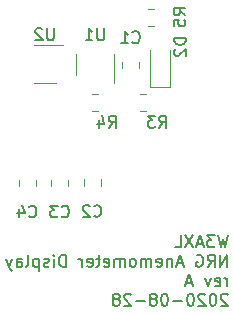
<source format=gbr>
%TF.GenerationSoftware,KiCad,Pcbnew,(5.1.6)-1*%
%TF.CreationDate,2020-08-28T19:49:53-05:00*%
%TF.ProjectId,nrg-control-box,6e72672d-636f-46e7-9472-6f6c2d626f78,rev?*%
%TF.SameCoordinates,Original*%
%TF.FileFunction,Legend,Bot*%
%TF.FilePolarity,Positive*%
%FSLAX46Y46*%
G04 Gerber Fmt 4.6, Leading zero omitted, Abs format (unit mm)*
G04 Created by KiCad (PCBNEW (5.1.6)-1) date 2020-08-28 19:49:53*
%MOMM*%
%LPD*%
G01*
G04 APERTURE LIST*
%ADD10C,0.150000*%
%ADD11C,0.120000*%
G04 APERTURE END LIST*
D10*
X157009642Y-112477380D02*
X156771547Y-113477380D01*
X156581071Y-112763095D01*
X156390595Y-113477380D01*
X156152500Y-112477380D01*
X155866785Y-112477380D02*
X155247738Y-112477380D01*
X155581071Y-112858333D01*
X155438214Y-112858333D01*
X155342976Y-112905952D01*
X155295357Y-112953571D01*
X155247738Y-113048809D01*
X155247738Y-113286904D01*
X155295357Y-113382142D01*
X155342976Y-113429761D01*
X155438214Y-113477380D01*
X155723928Y-113477380D01*
X155819166Y-113429761D01*
X155866785Y-113382142D01*
X154866785Y-113191666D02*
X154390595Y-113191666D01*
X154962023Y-113477380D02*
X154628690Y-112477380D01*
X154295357Y-113477380D01*
X154057261Y-112477380D02*
X153390595Y-113477380D01*
X153390595Y-112477380D02*
X154057261Y-113477380D01*
X152533452Y-113477380D02*
X153009642Y-113477380D01*
X153009642Y-112477380D01*
X156914404Y-115127380D02*
X156914404Y-114127380D01*
X156342976Y-115127380D01*
X156342976Y-114127380D01*
X155295357Y-115127380D02*
X155628690Y-114651190D01*
X155866785Y-115127380D02*
X155866785Y-114127380D01*
X155485833Y-114127380D01*
X155390595Y-114175000D01*
X155342976Y-114222619D01*
X155295357Y-114317857D01*
X155295357Y-114460714D01*
X155342976Y-114555952D01*
X155390595Y-114603571D01*
X155485833Y-114651190D01*
X155866785Y-114651190D01*
X154342976Y-114175000D02*
X154438214Y-114127380D01*
X154581071Y-114127380D01*
X154723928Y-114175000D01*
X154819166Y-114270238D01*
X154866785Y-114365476D01*
X154914404Y-114555952D01*
X154914404Y-114698809D01*
X154866785Y-114889285D01*
X154819166Y-114984523D01*
X154723928Y-115079761D01*
X154581071Y-115127380D01*
X154485833Y-115127380D01*
X154342976Y-115079761D01*
X154295357Y-115032142D01*
X154295357Y-114698809D01*
X154485833Y-114698809D01*
X153152500Y-114841666D02*
X152676309Y-114841666D01*
X153247738Y-115127380D02*
X152914404Y-114127380D01*
X152581071Y-115127380D01*
X152247738Y-114460714D02*
X152247738Y-115127380D01*
X152247738Y-114555952D02*
X152200119Y-114508333D01*
X152104880Y-114460714D01*
X151962023Y-114460714D01*
X151866785Y-114508333D01*
X151819166Y-114603571D01*
X151819166Y-115127380D01*
X150962023Y-115079761D02*
X151057261Y-115127380D01*
X151247738Y-115127380D01*
X151342976Y-115079761D01*
X151390595Y-114984523D01*
X151390595Y-114603571D01*
X151342976Y-114508333D01*
X151247738Y-114460714D01*
X151057261Y-114460714D01*
X150962023Y-114508333D01*
X150914404Y-114603571D01*
X150914404Y-114698809D01*
X151390595Y-114794047D01*
X150485833Y-115127380D02*
X150485833Y-114460714D01*
X150485833Y-114555952D02*
X150438214Y-114508333D01*
X150342976Y-114460714D01*
X150200119Y-114460714D01*
X150104880Y-114508333D01*
X150057261Y-114603571D01*
X150057261Y-115127380D01*
X150057261Y-114603571D02*
X150009642Y-114508333D01*
X149914404Y-114460714D01*
X149771547Y-114460714D01*
X149676309Y-114508333D01*
X149628690Y-114603571D01*
X149628690Y-115127380D01*
X149009642Y-115127380D02*
X149104880Y-115079761D01*
X149152500Y-115032142D01*
X149200119Y-114936904D01*
X149200119Y-114651190D01*
X149152500Y-114555952D01*
X149104880Y-114508333D01*
X149009642Y-114460714D01*
X148866785Y-114460714D01*
X148771547Y-114508333D01*
X148723928Y-114555952D01*
X148676309Y-114651190D01*
X148676309Y-114936904D01*
X148723928Y-115032142D01*
X148771547Y-115079761D01*
X148866785Y-115127380D01*
X149009642Y-115127380D01*
X148247738Y-115127380D02*
X148247738Y-114460714D01*
X148247738Y-114555952D02*
X148200119Y-114508333D01*
X148104880Y-114460714D01*
X147962023Y-114460714D01*
X147866785Y-114508333D01*
X147819166Y-114603571D01*
X147819166Y-115127380D01*
X147819166Y-114603571D02*
X147771547Y-114508333D01*
X147676309Y-114460714D01*
X147533452Y-114460714D01*
X147438214Y-114508333D01*
X147390595Y-114603571D01*
X147390595Y-115127380D01*
X146533452Y-115079761D02*
X146628690Y-115127380D01*
X146819166Y-115127380D01*
X146914404Y-115079761D01*
X146962023Y-114984523D01*
X146962023Y-114603571D01*
X146914404Y-114508333D01*
X146819166Y-114460714D01*
X146628690Y-114460714D01*
X146533452Y-114508333D01*
X146485833Y-114603571D01*
X146485833Y-114698809D01*
X146962023Y-114794047D01*
X146200119Y-114460714D02*
X145819166Y-114460714D01*
X146057261Y-114127380D02*
X146057261Y-114984523D01*
X146009642Y-115079761D01*
X145914404Y-115127380D01*
X145819166Y-115127380D01*
X145104880Y-115079761D02*
X145200119Y-115127380D01*
X145390595Y-115127380D01*
X145485833Y-115079761D01*
X145533452Y-114984523D01*
X145533452Y-114603571D01*
X145485833Y-114508333D01*
X145390595Y-114460714D01*
X145200119Y-114460714D01*
X145104880Y-114508333D01*
X145057261Y-114603571D01*
X145057261Y-114698809D01*
X145533452Y-114794047D01*
X144628690Y-115127380D02*
X144628690Y-114460714D01*
X144628690Y-114651190D02*
X144581071Y-114555952D01*
X144533452Y-114508333D01*
X144438214Y-114460714D01*
X144342976Y-114460714D01*
X143247738Y-115127380D02*
X143247738Y-114127380D01*
X143009642Y-114127380D01*
X142866785Y-114175000D01*
X142771547Y-114270238D01*
X142723928Y-114365476D01*
X142676309Y-114555952D01*
X142676309Y-114698809D01*
X142723928Y-114889285D01*
X142771547Y-114984523D01*
X142866785Y-115079761D01*
X143009642Y-115127380D01*
X143247738Y-115127380D01*
X142247738Y-115127380D02*
X142247738Y-114460714D01*
X142247738Y-114127380D02*
X142295357Y-114175000D01*
X142247738Y-114222619D01*
X142200119Y-114175000D01*
X142247738Y-114127380D01*
X142247738Y-114222619D01*
X141819166Y-115079761D02*
X141723928Y-115127380D01*
X141533452Y-115127380D01*
X141438214Y-115079761D01*
X141390595Y-114984523D01*
X141390595Y-114936904D01*
X141438214Y-114841666D01*
X141533452Y-114794047D01*
X141676309Y-114794047D01*
X141771547Y-114746428D01*
X141819166Y-114651190D01*
X141819166Y-114603571D01*
X141771547Y-114508333D01*
X141676309Y-114460714D01*
X141533452Y-114460714D01*
X141438214Y-114508333D01*
X140962023Y-114460714D02*
X140962023Y-115460714D01*
X140962023Y-114508333D02*
X140866785Y-114460714D01*
X140676309Y-114460714D01*
X140581071Y-114508333D01*
X140533452Y-114555952D01*
X140485833Y-114651190D01*
X140485833Y-114936904D01*
X140533452Y-115032142D01*
X140581071Y-115079761D01*
X140676309Y-115127380D01*
X140866785Y-115127380D01*
X140962023Y-115079761D01*
X139914404Y-115127380D02*
X140009642Y-115079761D01*
X140057261Y-114984523D01*
X140057261Y-114127380D01*
X139104880Y-115127380D02*
X139104880Y-114603571D01*
X139152500Y-114508333D01*
X139247738Y-114460714D01*
X139438214Y-114460714D01*
X139533452Y-114508333D01*
X139104880Y-115079761D02*
X139200119Y-115127380D01*
X139438214Y-115127380D01*
X139533452Y-115079761D01*
X139581071Y-114984523D01*
X139581071Y-114889285D01*
X139533452Y-114794047D01*
X139438214Y-114746428D01*
X139200119Y-114746428D01*
X139104880Y-114698809D01*
X138723928Y-114460714D02*
X138485833Y-115127380D01*
X138247738Y-114460714D02*
X138485833Y-115127380D01*
X138581071Y-115365476D01*
X138628690Y-115413095D01*
X138723928Y-115460714D01*
X156914404Y-116777380D02*
X156914404Y-116110714D01*
X156914404Y-116301190D02*
X156866785Y-116205952D01*
X156819166Y-116158333D01*
X156723928Y-116110714D01*
X156628690Y-116110714D01*
X155914404Y-116729761D02*
X156009642Y-116777380D01*
X156200119Y-116777380D01*
X156295357Y-116729761D01*
X156342976Y-116634523D01*
X156342976Y-116253571D01*
X156295357Y-116158333D01*
X156200119Y-116110714D01*
X156009642Y-116110714D01*
X155914404Y-116158333D01*
X155866785Y-116253571D01*
X155866785Y-116348809D01*
X156342976Y-116444047D01*
X155533452Y-116110714D02*
X155295357Y-116777380D01*
X155057261Y-116110714D01*
X153962023Y-116491666D02*
X153485833Y-116491666D01*
X154057261Y-116777380D02*
X153723928Y-115777380D01*
X153390595Y-116777380D01*
X156962023Y-117522619D02*
X156914404Y-117475000D01*
X156819166Y-117427380D01*
X156581071Y-117427380D01*
X156485833Y-117475000D01*
X156438214Y-117522619D01*
X156390595Y-117617857D01*
X156390595Y-117713095D01*
X156438214Y-117855952D01*
X157009642Y-118427380D01*
X156390595Y-118427380D01*
X155771547Y-117427380D02*
X155676309Y-117427380D01*
X155581071Y-117475000D01*
X155533452Y-117522619D01*
X155485833Y-117617857D01*
X155438214Y-117808333D01*
X155438214Y-118046428D01*
X155485833Y-118236904D01*
X155533452Y-118332142D01*
X155581071Y-118379761D01*
X155676309Y-118427380D01*
X155771547Y-118427380D01*
X155866785Y-118379761D01*
X155914404Y-118332142D01*
X155962023Y-118236904D01*
X156009642Y-118046428D01*
X156009642Y-117808333D01*
X155962023Y-117617857D01*
X155914404Y-117522619D01*
X155866785Y-117475000D01*
X155771547Y-117427380D01*
X155057261Y-117522619D02*
X155009642Y-117475000D01*
X154914404Y-117427380D01*
X154676309Y-117427380D01*
X154581071Y-117475000D01*
X154533452Y-117522619D01*
X154485833Y-117617857D01*
X154485833Y-117713095D01*
X154533452Y-117855952D01*
X155104880Y-118427380D01*
X154485833Y-118427380D01*
X153866785Y-117427380D02*
X153771547Y-117427380D01*
X153676309Y-117475000D01*
X153628690Y-117522619D01*
X153581071Y-117617857D01*
X153533452Y-117808333D01*
X153533452Y-118046428D01*
X153581071Y-118236904D01*
X153628690Y-118332142D01*
X153676309Y-118379761D01*
X153771547Y-118427380D01*
X153866785Y-118427380D01*
X153962023Y-118379761D01*
X154009642Y-118332142D01*
X154057261Y-118236904D01*
X154104880Y-118046428D01*
X154104880Y-117808333D01*
X154057261Y-117617857D01*
X154009642Y-117522619D01*
X153962023Y-117475000D01*
X153866785Y-117427380D01*
X153104880Y-118046428D02*
X152342976Y-118046428D01*
X151676309Y-117427380D02*
X151581071Y-117427380D01*
X151485833Y-117475000D01*
X151438214Y-117522619D01*
X151390595Y-117617857D01*
X151342976Y-117808333D01*
X151342976Y-118046428D01*
X151390595Y-118236904D01*
X151438214Y-118332142D01*
X151485833Y-118379761D01*
X151581071Y-118427380D01*
X151676309Y-118427380D01*
X151771547Y-118379761D01*
X151819166Y-118332142D01*
X151866785Y-118236904D01*
X151914404Y-118046428D01*
X151914404Y-117808333D01*
X151866785Y-117617857D01*
X151819166Y-117522619D01*
X151771547Y-117475000D01*
X151676309Y-117427380D01*
X150771547Y-117855952D02*
X150866785Y-117808333D01*
X150914404Y-117760714D01*
X150962023Y-117665476D01*
X150962023Y-117617857D01*
X150914404Y-117522619D01*
X150866785Y-117475000D01*
X150771547Y-117427380D01*
X150581071Y-117427380D01*
X150485833Y-117475000D01*
X150438214Y-117522619D01*
X150390595Y-117617857D01*
X150390595Y-117665476D01*
X150438214Y-117760714D01*
X150485833Y-117808333D01*
X150581071Y-117855952D01*
X150771547Y-117855952D01*
X150866785Y-117903571D01*
X150914404Y-117951190D01*
X150962023Y-118046428D01*
X150962023Y-118236904D01*
X150914404Y-118332142D01*
X150866785Y-118379761D01*
X150771547Y-118427380D01*
X150581071Y-118427380D01*
X150485833Y-118379761D01*
X150438214Y-118332142D01*
X150390595Y-118236904D01*
X150390595Y-118046428D01*
X150438214Y-117951190D01*
X150485833Y-117903571D01*
X150581071Y-117855952D01*
X149962023Y-118046428D02*
X149200119Y-118046428D01*
X148771547Y-117522619D02*
X148723928Y-117475000D01*
X148628690Y-117427380D01*
X148390595Y-117427380D01*
X148295357Y-117475000D01*
X148247738Y-117522619D01*
X148200119Y-117617857D01*
X148200119Y-117713095D01*
X148247738Y-117855952D01*
X148819166Y-118427380D01*
X148200119Y-118427380D01*
X147628690Y-117855952D02*
X147723928Y-117808333D01*
X147771547Y-117760714D01*
X147819166Y-117665476D01*
X147819166Y-117617857D01*
X147771547Y-117522619D01*
X147723928Y-117475000D01*
X147628690Y-117427380D01*
X147438214Y-117427380D01*
X147342976Y-117475000D01*
X147295357Y-117522619D01*
X147247738Y-117617857D01*
X147247738Y-117665476D01*
X147295357Y-117760714D01*
X147342976Y-117808333D01*
X147438214Y-117855952D01*
X147628690Y-117855952D01*
X147723928Y-117903571D01*
X147771547Y-117951190D01*
X147819166Y-118046428D01*
X147819166Y-118236904D01*
X147771547Y-118332142D01*
X147723928Y-118379761D01*
X147628690Y-118427380D01*
X147438214Y-118427380D01*
X147342976Y-118379761D01*
X147295357Y-118332142D01*
X147247738Y-118236904D01*
X147247738Y-118046428D01*
X147295357Y-117951190D01*
X147342976Y-117903571D01*
X147438214Y-117855952D01*
D11*
%TO.C,C1*%
X149460000Y-98286252D02*
X149460000Y-97763748D01*
X148040000Y-98286252D02*
X148040000Y-97763748D01*
%TO.C,C2*%
X146210000Y-107738748D02*
X146210000Y-108261252D01*
X144790000Y-107738748D02*
X144790000Y-108261252D01*
%TO.C,C3*%
X142040000Y-108286252D02*
X142040000Y-107763748D01*
X143460000Y-108286252D02*
X143460000Y-107763748D01*
%TO.C,C4*%
X139290000Y-107763748D02*
X139290000Y-108286252D01*
X140710000Y-107763748D02*
X140710000Y-108286252D01*
%TO.C,D2*%
X152100000Y-99900000D02*
X152100000Y-96750000D01*
X150400000Y-99900000D02*
X150400000Y-96750000D01*
X152100000Y-99900000D02*
X150400000Y-99900000D01*
%TO.C,R3*%
X149513748Y-100540000D02*
X150036252Y-100540000D01*
X149513748Y-101960000D02*
X150036252Y-101960000D01*
%TO.C,R4*%
X145513748Y-100540000D02*
X146036252Y-100540000D01*
X145513748Y-101960000D02*
X146036252Y-101960000D01*
%TO.C,R5*%
X150213748Y-94710000D02*
X150736252Y-94710000D01*
X150213748Y-93290000D02*
X150736252Y-93290000D01*
%TO.C,U1*%
X144140000Y-98900000D02*
X144140000Y-97100000D01*
X147360000Y-97100000D02*
X147360000Y-99550000D01*
%TO.C,U2*%
X140600000Y-96340000D02*
X143050000Y-96340000D01*
X142400000Y-99560000D02*
X140600000Y-99560000D01*
%TO.C,C1*%
D10*
X148916666Y-96107142D02*
X148964285Y-96154761D01*
X149107142Y-96202380D01*
X149202380Y-96202380D01*
X149345238Y-96154761D01*
X149440476Y-96059523D01*
X149488095Y-95964285D01*
X149535714Y-95773809D01*
X149535714Y-95630952D01*
X149488095Y-95440476D01*
X149440476Y-95345238D01*
X149345238Y-95250000D01*
X149202380Y-95202380D01*
X149107142Y-95202380D01*
X148964285Y-95250000D01*
X148916666Y-95297619D01*
X147964285Y-96202380D02*
X148535714Y-96202380D01*
X148250000Y-96202380D02*
X148250000Y-95202380D01*
X148345238Y-95345238D01*
X148440476Y-95440476D01*
X148535714Y-95488095D01*
%TO.C,C2*%
X145666666Y-110832142D02*
X145714285Y-110879761D01*
X145857142Y-110927380D01*
X145952380Y-110927380D01*
X146095238Y-110879761D01*
X146190476Y-110784523D01*
X146238095Y-110689285D01*
X146285714Y-110498809D01*
X146285714Y-110355952D01*
X146238095Y-110165476D01*
X146190476Y-110070238D01*
X146095238Y-109975000D01*
X145952380Y-109927380D01*
X145857142Y-109927380D01*
X145714285Y-109975000D01*
X145666666Y-110022619D01*
X145285714Y-110022619D02*
X145238095Y-109975000D01*
X145142857Y-109927380D01*
X144904761Y-109927380D01*
X144809523Y-109975000D01*
X144761904Y-110022619D01*
X144714285Y-110117857D01*
X144714285Y-110213095D01*
X144761904Y-110355952D01*
X145333333Y-110927380D01*
X144714285Y-110927380D01*
%TO.C,C3*%
X142916666Y-110857142D02*
X142964285Y-110904761D01*
X143107142Y-110952380D01*
X143202380Y-110952380D01*
X143345238Y-110904761D01*
X143440476Y-110809523D01*
X143488095Y-110714285D01*
X143535714Y-110523809D01*
X143535714Y-110380952D01*
X143488095Y-110190476D01*
X143440476Y-110095238D01*
X143345238Y-110000000D01*
X143202380Y-109952380D01*
X143107142Y-109952380D01*
X142964285Y-110000000D01*
X142916666Y-110047619D01*
X142583333Y-109952380D02*
X141964285Y-109952380D01*
X142297619Y-110333333D01*
X142154761Y-110333333D01*
X142059523Y-110380952D01*
X142011904Y-110428571D01*
X141964285Y-110523809D01*
X141964285Y-110761904D01*
X142011904Y-110857142D01*
X142059523Y-110904761D01*
X142154761Y-110952380D01*
X142440476Y-110952380D01*
X142535714Y-110904761D01*
X142583333Y-110857142D01*
%TO.C,C4*%
X140166666Y-110857142D02*
X140214285Y-110904761D01*
X140357142Y-110952380D01*
X140452380Y-110952380D01*
X140595238Y-110904761D01*
X140690476Y-110809523D01*
X140738095Y-110714285D01*
X140785714Y-110523809D01*
X140785714Y-110380952D01*
X140738095Y-110190476D01*
X140690476Y-110095238D01*
X140595238Y-110000000D01*
X140452380Y-109952380D01*
X140357142Y-109952380D01*
X140214285Y-110000000D01*
X140166666Y-110047619D01*
X139309523Y-110285714D02*
X139309523Y-110952380D01*
X139547619Y-109904761D02*
X139785714Y-110619047D01*
X139166666Y-110619047D01*
%TO.C,D2*%
X153452380Y-95761904D02*
X152452380Y-95761904D01*
X152452380Y-96000000D01*
X152500000Y-96142857D01*
X152595238Y-96238095D01*
X152690476Y-96285714D01*
X152880952Y-96333333D01*
X153023809Y-96333333D01*
X153214285Y-96285714D01*
X153309523Y-96238095D01*
X153404761Y-96142857D01*
X153452380Y-96000000D01*
X153452380Y-95761904D01*
X152547619Y-96714285D02*
X152500000Y-96761904D01*
X152452380Y-96857142D01*
X152452380Y-97095238D01*
X152500000Y-97190476D01*
X152547619Y-97238095D01*
X152642857Y-97285714D01*
X152738095Y-97285714D01*
X152880952Y-97238095D01*
X153452380Y-96666666D01*
X153452380Y-97285714D01*
%TO.C,R3*%
X151166666Y-103352380D02*
X151500000Y-102876190D01*
X151738095Y-103352380D02*
X151738095Y-102352380D01*
X151357142Y-102352380D01*
X151261904Y-102400000D01*
X151214285Y-102447619D01*
X151166666Y-102542857D01*
X151166666Y-102685714D01*
X151214285Y-102780952D01*
X151261904Y-102828571D01*
X151357142Y-102876190D01*
X151738095Y-102876190D01*
X150833333Y-102352380D02*
X150214285Y-102352380D01*
X150547619Y-102733333D01*
X150404761Y-102733333D01*
X150309523Y-102780952D01*
X150261904Y-102828571D01*
X150214285Y-102923809D01*
X150214285Y-103161904D01*
X150261904Y-103257142D01*
X150309523Y-103304761D01*
X150404761Y-103352380D01*
X150690476Y-103352380D01*
X150785714Y-103304761D01*
X150833333Y-103257142D01*
%TO.C,R4*%
X146916666Y-103352380D02*
X147250000Y-102876190D01*
X147488095Y-103352380D02*
X147488095Y-102352380D01*
X147107142Y-102352380D01*
X147011904Y-102400000D01*
X146964285Y-102447619D01*
X146916666Y-102542857D01*
X146916666Y-102685714D01*
X146964285Y-102780952D01*
X147011904Y-102828571D01*
X147107142Y-102876190D01*
X147488095Y-102876190D01*
X146059523Y-102685714D02*
X146059523Y-103352380D01*
X146297619Y-102304761D02*
X146535714Y-103019047D01*
X145916666Y-103019047D01*
%TO.C,R5*%
X153402380Y-93833333D02*
X152926190Y-93500000D01*
X153402380Y-93261904D02*
X152402380Y-93261904D01*
X152402380Y-93642857D01*
X152450000Y-93738095D01*
X152497619Y-93785714D01*
X152592857Y-93833333D01*
X152735714Y-93833333D01*
X152830952Y-93785714D01*
X152878571Y-93738095D01*
X152926190Y-93642857D01*
X152926190Y-93261904D01*
X152402380Y-94738095D02*
X152402380Y-94261904D01*
X152878571Y-94214285D01*
X152830952Y-94261904D01*
X152783333Y-94357142D01*
X152783333Y-94595238D01*
X152830952Y-94690476D01*
X152878571Y-94738095D01*
X152973809Y-94785714D01*
X153211904Y-94785714D01*
X153307142Y-94738095D01*
X153354761Y-94690476D01*
X153402380Y-94595238D01*
X153402380Y-94357142D01*
X153354761Y-94261904D01*
X153307142Y-94214285D01*
%TO.C,U1*%
X146511904Y-94952380D02*
X146511904Y-95761904D01*
X146464285Y-95857142D01*
X146416666Y-95904761D01*
X146321428Y-95952380D01*
X146130952Y-95952380D01*
X146035714Y-95904761D01*
X145988095Y-95857142D01*
X145940476Y-95761904D01*
X145940476Y-94952380D01*
X144940476Y-95952380D02*
X145511904Y-95952380D01*
X145226190Y-95952380D02*
X145226190Y-94952380D01*
X145321428Y-95095238D01*
X145416666Y-95190476D01*
X145511904Y-95238095D01*
%TO.C,U2*%
X142261904Y-94952380D02*
X142261904Y-95761904D01*
X142214285Y-95857142D01*
X142166666Y-95904761D01*
X142071428Y-95952380D01*
X141880952Y-95952380D01*
X141785714Y-95904761D01*
X141738095Y-95857142D01*
X141690476Y-95761904D01*
X141690476Y-94952380D01*
X141261904Y-95047619D02*
X141214285Y-95000000D01*
X141119047Y-94952380D01*
X140880952Y-94952380D01*
X140785714Y-95000000D01*
X140738095Y-95047619D01*
X140690476Y-95142857D01*
X140690476Y-95238095D01*
X140738095Y-95380952D01*
X141309523Y-95952380D01*
X140690476Y-95952380D01*
%TD*%
M02*

</source>
